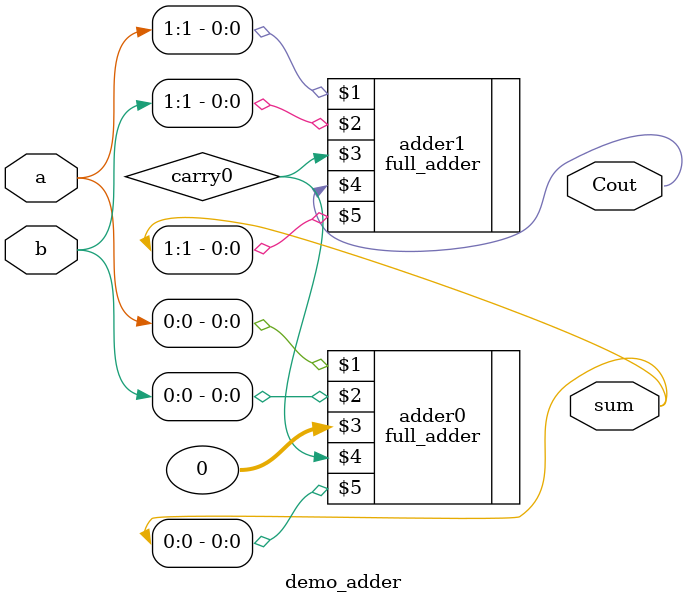
<source format=sv>
module demo_adder(a, b, Cout, sum);

input wire [1:0] a;
input wire [1:0] b;
output logic Cout;
output logic [1:0] sum;

wire carry0;
full_adder adder0(a[0],b[0],0,carry0,sum[0]);
full_adder adder1(a[1],b[1],carry0,Cout,sum[1]);


endmodule
</source>
